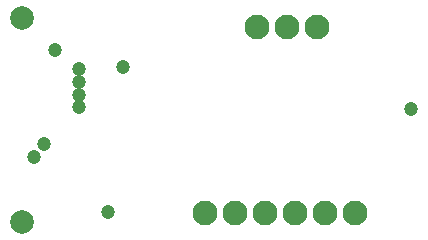
<source format=gbr>
%FSLAX34Y34*%
%MOMM*%
%LNSOLDERMASK_BOTTOM*%
G71*
G01*
%ADD10C, 1.20*%
%ADD11C, 2.00*%
%ADD12C, 2.10*%
%LPD*%
X68900Y-42000D02*
G54D10*
D03*
X114100Y-179700D02*
G54D10*
D03*
X40900Y-14800D02*
G54D11*
D03*
X40900Y-188200D02*
G54D11*
D03*
X323100Y-180100D02*
G54D12*
D03*
X297700Y-180100D02*
G54D12*
D03*
X272300Y-180100D02*
G54D12*
D03*
X246900Y-180100D02*
G54D12*
D03*
X221500Y-180100D02*
G54D12*
D03*
X196100Y-180100D02*
G54D12*
D03*
X89100Y-58000D02*
G54D10*
D03*
X89100Y-69000D02*
G54D10*
D03*
X89100Y-79900D02*
G54D10*
D03*
X89100Y-90800D02*
G54D10*
D03*
X240200Y-22400D02*
G54D12*
D03*
X265600Y-22400D02*
G54D12*
D03*
X291000Y-22400D02*
G54D12*
D03*
X126400Y-56400D02*
G54D10*
D03*
X59400Y-121400D02*
G54D10*
D03*
X50800Y-132800D02*
G54D10*
D03*
X370000Y-92400D02*
G54D10*
D03*
M02*

</source>
